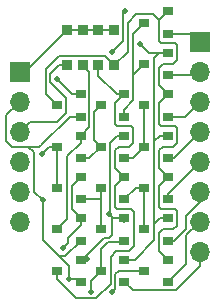
<source format=gbl>
%TF.GenerationSoftware,KiCad,Pcbnew,(5.1.9)-1*%
%TF.CreationDate,2022-08-29T18:21:33+02:00*%
%TF.ProjectId,mux,6d75782e-6b69-4636-9164-5f7063625858,rev?*%
%TF.SameCoordinates,Original*%
%TF.FileFunction,Copper,L2,Bot*%
%TF.FilePolarity,Positive*%
%FSLAX46Y46*%
G04 Gerber Fmt 4.6, Leading zero omitted, Abs format (unit mm)*
G04 Created by KiCad (PCBNEW (5.1.9)-1) date 2022-08-29 18:21:33*
%MOMM*%
%LPD*%
G01*
G04 APERTURE LIST*
%TA.AperFunction,ComponentPad*%
%ADD10O,1.700000X1.700000*%
%TD*%
%TA.AperFunction,ComponentPad*%
%ADD11R,1.700000X1.700000*%
%TD*%
%TA.AperFunction,SMDPad,CuDef*%
%ADD12R,0.900000X0.900000*%
%TD*%
%TA.AperFunction,SMDPad,CuDef*%
%ADD13R,0.900000X0.800000*%
%TD*%
%TA.AperFunction,ViaPad*%
%ADD14C,0.500000*%
%TD*%
%TA.AperFunction,Conductor*%
%ADD15C,0.200000*%
%TD*%
G04 APERTURE END LIST*
D10*
%TO.P,J2,6*%
%TO.N,/C*%
X136460000Y-59200000D03*
%TO.P,J2,5*%
%TO.N,/B*%
X136460000Y-56660000D03*
%TO.P,J2,4*%
%TO.N,/A*%
X136460000Y-54120000D03*
%TO.P,J2,3*%
%TO.N,/Q*%
X136460000Y-51580000D03*
%TO.P,J2,2*%
%TO.N,GND*%
X136460000Y-49040000D03*
D11*
%TO.P,J2,1*%
%TO.N,VCC*%
X136460000Y-46500000D03*
%TD*%
D10*
%TO.P,J1,8*%
%TO.N,/Q7*%
X151700000Y-61740000D03*
%TO.P,J1,7*%
%TO.N,/Q6*%
X151700000Y-59200000D03*
%TO.P,J1,6*%
%TO.N,/Q5*%
X151700000Y-56660000D03*
%TO.P,J1,5*%
%TO.N,/Q4*%
X151700000Y-54120000D03*
%TO.P,J1,4*%
%TO.N,/Q3*%
X151700000Y-51580000D03*
%TO.P,J1,3*%
%TO.N,/Q2*%
X151700000Y-49040000D03*
%TO.P,J1,2*%
%TO.N,/Q1*%
X151700000Y-46500000D03*
D11*
%TO.P,J1,1*%
%TO.N,/Q0*%
X151700000Y-43960000D03*
%TD*%
D12*
%TO.P,RN2,6*%
%TO.N,VCC*%
X141790000Y-42950000D03*
%TO.P,RN2,5*%
X140450000Y-42950000D03*
%TO.P,RN2,8*%
X144450000Y-42950000D03*
%TO.P,RN2,7*%
X143110000Y-42950000D03*
%TO.P,RN2,3*%
%TO.N,/~C'*%
X141790000Y-45950000D03*
%TO.P,RN2,2*%
%TO.N,/~B'*%
X143110000Y-45950000D03*
%TO.P,RN2,4*%
%TO.N,/Q*%
X140450000Y-45950000D03*
%TO.P,RN2,1*%
%TO.N,/~A'*%
X144450000Y-45950000D03*
%TD*%
D13*
%TO.P,Q34,3*%
%TO.N,Net-(Q23-Pad2)*%
X143300000Y-63350000D03*
%TO.P,Q34,2*%
%TO.N,/Q7*%
X145300000Y-64300000D03*
%TO.P,Q34,1*%
%TO.N,/A*%
X145300000Y-62400000D03*
%TD*%
%TO.P,Q33,3*%
%TO.N,Net-(Q23-Pad2)*%
X147000000Y-63350000D03*
%TO.P,Q33,2*%
%TO.N,/Q6*%
X149000000Y-64300000D03*
%TO.P,Q33,1*%
%TO.N,/~A'*%
X149000000Y-62400000D03*
%TD*%
%TO.P,Q32,3*%
%TO.N,Net-(Q22-Pad2)*%
X147000000Y-59850000D03*
%TO.P,Q32,2*%
%TO.N,/Q5*%
X149000000Y-60800000D03*
%TO.P,Q32,1*%
%TO.N,/A*%
X149000000Y-58900000D03*
%TD*%
%TO.P,Q31,3*%
%TO.N,Net-(Q22-Pad2)*%
X147000000Y-56350000D03*
%TO.P,Q31,2*%
%TO.N,/Q4*%
X149000000Y-57300000D03*
%TO.P,Q31,1*%
%TO.N,/~A'*%
X149000000Y-55400000D03*
%TD*%
%TO.P,Q30,3*%
%TO.N,Net-(Q21-Pad2)*%
X147000000Y-52850000D03*
%TO.P,Q30,2*%
%TO.N,/Q3*%
X149000000Y-53800000D03*
%TO.P,Q30,1*%
%TO.N,/A*%
X149000000Y-51900000D03*
%TD*%
%TO.P,Q29,3*%
%TO.N,Net-(Q21-Pad2)*%
X147000000Y-49350000D03*
%TO.P,Q29,2*%
%TO.N,/Q2*%
X149000000Y-50300000D03*
%TO.P,Q29,1*%
%TO.N,/~A'*%
X149000000Y-48400000D03*
%TD*%
%TO.P,Q28,3*%
%TO.N,Net-(Q20-Pad2)*%
X147000000Y-45850000D03*
%TO.P,Q28,2*%
%TO.N,/Q1*%
X149000000Y-46800000D03*
%TO.P,Q28,1*%
%TO.N,/A*%
X149000000Y-44900000D03*
%TD*%
%TO.P,Q27,3*%
%TO.N,Net-(Q20-Pad2)*%
X147000000Y-42350000D03*
%TO.P,Q27,2*%
%TO.N,/Q0*%
X149000000Y-43300000D03*
%TO.P,Q27,1*%
%TO.N,/~A'*%
X149000000Y-41400000D03*
%TD*%
%TO.P,Q26,3*%
%TO.N,/~C'*%
X139600000Y-59850000D03*
%TO.P,Q26,2*%
%TO.N,GND*%
X141600000Y-60800000D03*
%TO.P,Q26,1*%
%TO.N,/C*%
X141600000Y-58900000D03*
%TD*%
%TO.P,Q25,3*%
%TO.N,/~B'*%
X139600000Y-63350000D03*
%TO.P,Q25,2*%
%TO.N,GND*%
X141600000Y-64300000D03*
%TO.P,Q25,1*%
%TO.N,/B*%
X141600000Y-62400000D03*
%TD*%
%TO.P,Q24,3*%
%TO.N,/~A'*%
X139600000Y-49350000D03*
%TO.P,Q24,2*%
%TO.N,GND*%
X141600000Y-50300000D03*
%TO.P,Q24,1*%
%TO.N,/A*%
X141600000Y-48400000D03*
%TD*%
%TO.P,Q23,3*%
%TO.N,Net-(Q19-Pad2)*%
X143300000Y-59850000D03*
%TO.P,Q23,2*%
%TO.N,Net-(Q23-Pad2)*%
X145300000Y-60800000D03*
%TO.P,Q23,1*%
%TO.N,/B*%
X145300000Y-58900000D03*
%TD*%
%TO.P,Q22,3*%
%TO.N,Net-(Q19-Pad2)*%
X143300000Y-56350000D03*
%TO.P,Q22,2*%
%TO.N,Net-(Q22-Pad2)*%
X145300000Y-57300000D03*
%TO.P,Q22,1*%
%TO.N,/~B'*%
X145300000Y-55400000D03*
%TD*%
%TO.P,Q21,3*%
%TO.N,Net-(Q18-Pad2)*%
X143300000Y-52850000D03*
%TO.P,Q21,2*%
%TO.N,Net-(Q21-Pad2)*%
X145300000Y-53800000D03*
%TO.P,Q21,1*%
%TO.N,/B*%
X145300000Y-51900000D03*
%TD*%
%TO.P,Q20,3*%
%TO.N,Net-(Q18-Pad2)*%
X143300000Y-49350000D03*
%TO.P,Q20,2*%
%TO.N,Net-(Q20-Pad2)*%
X145300000Y-50300000D03*
%TO.P,Q20,1*%
%TO.N,/~B'*%
X145300000Y-48400000D03*
%TD*%
%TO.P,Q19,3*%
%TO.N,/Q*%
X139600000Y-56350000D03*
%TO.P,Q19,2*%
%TO.N,Net-(Q19-Pad2)*%
X141600000Y-57300000D03*
%TO.P,Q19,1*%
%TO.N,/C*%
X141600000Y-55400000D03*
%TD*%
%TO.P,Q18,3*%
%TO.N,/Q*%
X139600000Y-52850000D03*
%TO.P,Q18,2*%
%TO.N,Net-(Q18-Pad2)*%
X141600000Y-53800000D03*
%TO.P,Q18,1*%
%TO.N,/~C'*%
X141600000Y-51900000D03*
%TD*%
D14*
%TO.N,/C*%
X140134302Y-61444049D03*
%TO.N,/B*%
X143999999Y-58565000D03*
X142175000Y-62375000D03*
%TO.N,/A*%
X146625000Y-44150002D03*
X139600000Y-47140000D03*
%TO.N,/Q*%
X138330000Y-53450000D03*
%TO.N,GND*%
X140600000Y-64050000D03*
X138380000Y-57400000D03*
%TO.N,/~A*%
X145370000Y-41400000D03*
X144300000Y-44800000D03*
%TO.N,Net-(Q23-Pad2)*%
X144250488Y-65164713D03*
X142452203Y-65149177D03*
%TD*%
D15*
%TO.N,/Q7*%
X151700000Y-62990002D02*
X151700000Y-61740000D01*
X149690001Y-65000001D02*
X151700000Y-62990002D01*
X146000001Y-65000001D02*
X149690001Y-65000001D01*
X145300000Y-64300000D02*
X146000001Y-65000001D01*
%TO.N,/Q6*%
X149000000Y-64300000D02*
X150549999Y-62750001D01*
X150549999Y-60350001D02*
X151700000Y-59200000D01*
X150549999Y-62750001D02*
X150549999Y-60350001D01*
%TO.N,/Q5*%
X151700000Y-57500000D02*
X151700000Y-56660000D01*
X150495000Y-58705000D02*
X150495000Y-59839302D01*
X150495000Y-58705000D02*
X151700000Y-57500000D01*
X149534302Y-60800000D02*
X149000000Y-60800000D01*
X150495000Y-59839302D02*
X149534302Y-60800000D01*
%TO.N,/Q4*%
X149000000Y-56820000D02*
X151700000Y-54120000D01*
X149000000Y-57300000D02*
X149000000Y-56820000D01*
%TO.N,/Q3*%
X149480000Y-53800000D02*
X151700000Y-51580000D01*
X149000000Y-53800000D02*
X149480000Y-53800000D01*
%TO.N,/Q2*%
X150440000Y-50300000D02*
X151700000Y-49040000D01*
X149000000Y-50300000D02*
X150440000Y-50300000D01*
%TO.N,/Q1*%
X151400000Y-46800000D02*
X151700000Y-46500000D01*
X149000000Y-46800000D02*
X151400000Y-46800000D01*
%TO.N,/Q0*%
X151040000Y-43300000D02*
X151700000Y-43960000D01*
X149000000Y-43300000D02*
X151040000Y-43300000D01*
%TO.N,/C*%
X140849999Y-56150001D02*
X141600000Y-55400000D01*
X140849999Y-58149999D02*
X140849999Y-56150001D01*
X141600000Y-58900000D02*
X140849999Y-58149999D01*
X141600000Y-59500000D02*
X140549999Y-60550001D01*
X141600000Y-58900000D02*
X141600000Y-59500000D01*
X140549999Y-61028352D02*
X140134302Y-61444049D01*
X140549999Y-60550001D02*
X140549999Y-61028352D01*
%TO.N,/B*%
X141600000Y-62400000D02*
X141864302Y-62400000D01*
X145300000Y-58900000D02*
X145300000Y-59240002D01*
X144808390Y-51900000D02*
X145300000Y-51900000D01*
X144334999Y-58900000D02*
X143999999Y-58565000D01*
X145300000Y-58900000D02*
X144334999Y-58900000D01*
X144650000Y-51900000D02*
X145300000Y-51900000D01*
X144050001Y-52499999D02*
X144650000Y-51900000D01*
X144050001Y-58514998D02*
X144050001Y-52499999D01*
X143999999Y-58565000D02*
X144050001Y-58514998D01*
X141721614Y-62400000D02*
X141600000Y-62400000D01*
X143571613Y-60550001D02*
X141721614Y-62400000D01*
X144249998Y-60290004D02*
X143990001Y-60550001D01*
X144249998Y-58814999D02*
X144249998Y-60290004D01*
X143990001Y-60550001D02*
X143571613Y-60550001D01*
X143999999Y-58565000D02*
X144249998Y-58814999D01*
X141625000Y-62375000D02*
X141600000Y-62400000D01*
X142175000Y-62375000D02*
X141625000Y-62375000D01*
%TO.N,/A*%
X148350000Y-58900000D02*
X149000000Y-58900000D01*
X146170000Y-62400000D02*
X147849989Y-60720011D01*
X147849989Y-59400011D02*
X148350000Y-58900000D01*
X145300000Y-62400000D02*
X146170000Y-62400000D01*
X148350000Y-51900000D02*
X149000000Y-51900000D01*
X147849989Y-59650011D02*
X147849989Y-52400011D01*
X147849989Y-60720011D02*
X147849989Y-59650011D01*
X147849989Y-52400011D02*
X148350000Y-51900000D01*
X147849989Y-59650011D02*
X147849989Y-59400011D01*
X148270000Y-44900000D02*
X149000000Y-44900000D01*
X147849989Y-45320011D02*
X148270000Y-44900000D01*
X147849989Y-52400011D02*
X147849989Y-45320011D01*
X145300000Y-62400000D02*
X145100000Y-62400000D01*
X145300000Y-62400000D02*
X145049988Y-62400000D01*
X141600000Y-48400000D02*
X140860000Y-48400000D01*
X148270000Y-44900000D02*
X147489998Y-44900000D01*
X147374998Y-44900000D02*
X146625000Y-44150002D01*
X147489998Y-44900000D02*
X147374998Y-44900000D01*
X140860000Y-48400000D02*
X139600000Y-47140000D01*
%TO.N,/Q*%
X139600000Y-56350000D02*
X139600000Y-52850000D01*
X138930000Y-52850000D02*
X138330000Y-53450000D01*
X139600000Y-52850000D02*
X138930000Y-52850000D01*
X139753998Y-45950000D02*
X140450000Y-45950000D01*
X139049999Y-47409997D02*
X139049999Y-46653999D01*
X140350001Y-49990001D02*
X140350001Y-48709999D01*
X139610001Y-50730001D02*
X140350001Y-49990001D01*
X140350001Y-48709999D02*
X139049999Y-47409997D01*
X137309999Y-50730001D02*
X139610001Y-50730001D01*
X139049999Y-46653999D02*
X139753998Y-45950000D01*
X136460000Y-51580000D02*
X137309999Y-50730001D01*
%TO.N,GND*%
X141350000Y-64050000D02*
X141600000Y-64300000D01*
X140600000Y-64050000D02*
X141350000Y-64050000D01*
X140600000Y-64050000D02*
X140600000Y-62945749D01*
X139732126Y-62077874D02*
X139798301Y-62144050D01*
X140600000Y-62945749D02*
X139732126Y-62077874D01*
X139732126Y-62077874D02*
X138380000Y-60725749D01*
X138380000Y-57400000D02*
X137629999Y-56649999D01*
X137629999Y-56649999D02*
X137629999Y-54220001D01*
X137629999Y-54220001D02*
X137629999Y-53587997D01*
X135309999Y-52334999D02*
X135825000Y-52850000D01*
X135309999Y-50190001D02*
X135309999Y-52334999D01*
X136460000Y-49040000D02*
X135309999Y-50190001D01*
X140255950Y-62144050D02*
X139798301Y-62144050D01*
X141600000Y-60800000D02*
X140255950Y-62144050D01*
X138380000Y-57915000D02*
X138380000Y-57400000D01*
X138380000Y-60725749D02*
X138380000Y-57915000D01*
X140665998Y-50300000D02*
X141600000Y-50300000D01*
X137629999Y-54220001D02*
X137629999Y-53335999D01*
X137144000Y-52850000D02*
X137629999Y-53335999D01*
X135825000Y-52850000D02*
X137144000Y-52850000D01*
X138115998Y-52850000D02*
X138240499Y-52725499D01*
X137144000Y-52850000D02*
X138115998Y-52850000D01*
X138240499Y-52725499D02*
X140665998Y-50300000D01*
%TO.N,VCC*%
X144450000Y-42950000D02*
X141790000Y-42950000D01*
X136900000Y-46500000D02*
X140450000Y-42950000D01*
X136460000Y-46500000D02*
X136900000Y-46500000D01*
X141790000Y-42950000D02*
X140450000Y-42950000D01*
%TO.N,/~A*%
X145200001Y-41984316D02*
X145200001Y-43899999D01*
X145200001Y-41569999D02*
X145370000Y-41400000D01*
X145200001Y-43899999D02*
X145200001Y-41569999D01*
X144300000Y-44800000D02*
X145200001Y-43899999D01*
%TO.N,/~C'*%
X141600000Y-52500000D02*
X140449989Y-53650011D01*
X141600000Y-51900000D02*
X141600000Y-52500000D01*
X140449989Y-59000011D02*
X139600000Y-59850000D01*
X140449989Y-53650011D02*
X140449989Y-59000011D01*
X142350001Y-51149999D02*
X141600000Y-51900000D01*
X142350001Y-46510001D02*
X142350001Y-51149999D01*
X141790000Y-45950000D02*
X142350001Y-46510001D01*
%TO.N,/~B'*%
X144549999Y-53159999D02*
X144859998Y-52850000D01*
X144549999Y-54649999D02*
X144549999Y-53159999D01*
X145300000Y-55400000D02*
X144549999Y-54649999D01*
X146050001Y-52540001D02*
X146050001Y-51259999D01*
X145740002Y-52850000D02*
X146050001Y-52540001D01*
X146050001Y-51259999D02*
X145890002Y-51100000D01*
X144859998Y-52850000D02*
X145740002Y-52850000D01*
X144549999Y-49150001D02*
X145300000Y-48400000D01*
X144549999Y-50940001D02*
X144549999Y-49150001D01*
X144709998Y-51100000D02*
X144549999Y-50940001D01*
X145890002Y-51100000D02*
X144709998Y-51100000D01*
X143110000Y-46860000D02*
X143110000Y-45950000D01*
X144650000Y-48400000D02*
X143110000Y-46860000D01*
X145300000Y-48400000D02*
X144650000Y-48400000D01*
X139600000Y-64086002D02*
X139600000Y-63350000D01*
X145300000Y-55400000D02*
X144549999Y-56150001D01*
X144709998Y-58100000D02*
X145890002Y-58100000D01*
X146150000Y-58359998D02*
X146150000Y-61250000D01*
X144549999Y-56150001D02*
X144549999Y-57940001D01*
X144549999Y-57940001D02*
X144709998Y-58100000D01*
X145890002Y-58100000D02*
X146150000Y-58359998D01*
X146150000Y-61250000D02*
X145700001Y-61699999D01*
X145700001Y-61699999D02*
X144609999Y-61699999D01*
X142938204Y-65699178D02*
X141213176Y-65699178D01*
X144149989Y-62160009D02*
X144149989Y-64487393D01*
X144609999Y-61699999D02*
X144149989Y-62160009D01*
X144149989Y-64487393D02*
X142938204Y-65699178D01*
X141213176Y-65699178D02*
X139600000Y-64086002D01*
%TO.N,/~A'*%
X148249999Y-57940001D02*
X148249999Y-56150001D01*
X148409998Y-58100000D02*
X148249999Y-57940001D01*
X149590002Y-58100000D02*
X148409998Y-58100000D01*
X149750001Y-58259999D02*
X149590002Y-58100000D01*
X148249999Y-56150001D02*
X149000000Y-55400000D01*
X149000000Y-62400000D02*
X148249999Y-61649999D01*
X148249999Y-53159999D02*
X148559998Y-52850000D01*
X148249999Y-54649999D02*
X148249999Y-53159999D01*
X149000000Y-55400000D02*
X148249999Y-54649999D01*
X149750001Y-51259999D02*
X149590002Y-51100000D01*
X149750001Y-52540001D02*
X149750001Y-51259999D01*
X149440002Y-52850000D02*
X149750001Y-52540001D01*
X148559998Y-52850000D02*
X149440002Y-52850000D01*
X148249999Y-49150001D02*
X149000000Y-48400000D01*
X148249999Y-50940001D02*
X148249999Y-49150001D01*
X148409998Y-51100000D02*
X148249999Y-50940001D01*
X149590002Y-51100000D02*
X148409998Y-51100000D01*
X148249999Y-46159999D02*
X148559998Y-45850000D01*
X148249999Y-47649999D02*
X148249999Y-46159999D01*
X149000000Y-48400000D02*
X148249999Y-47649999D01*
X149750001Y-44259999D02*
X149590002Y-44100000D01*
X149750001Y-45540001D02*
X149750001Y-44259999D01*
X149440002Y-45850000D02*
X149750001Y-45540001D01*
X148559998Y-45850000D02*
X149440002Y-45850000D01*
X148249999Y-42150001D02*
X149000000Y-41400000D01*
X148249999Y-43940001D02*
X148249999Y-42150001D01*
X148409998Y-44100000D02*
X148249999Y-43940001D01*
X149590002Y-44100000D02*
X148409998Y-44100000D01*
X148249999Y-60159999D02*
X148559998Y-59850000D01*
X148249999Y-61649999D02*
X148249999Y-60159999D01*
X149750001Y-59540001D02*
X149750001Y-58259999D01*
X149440002Y-59850000D02*
X149750001Y-59540001D01*
X148559998Y-59850000D02*
X149440002Y-59850000D01*
X146309999Y-41649999D02*
X147749997Y-41649999D01*
X147749997Y-41649999D02*
X148249999Y-42150001D01*
X145600011Y-42359987D02*
X146309999Y-41649999D01*
X145600011Y-44799989D02*
X145600011Y-42359987D01*
X144450000Y-45950000D02*
X145600011Y-44799989D01*
X143699999Y-45199999D02*
X144450000Y-45950000D01*
X139759999Y-45199999D02*
X143699999Y-45199999D01*
X138649989Y-46310009D02*
X139759999Y-45199999D01*
X138649989Y-48399989D02*
X138649989Y-46310009D01*
X139600000Y-49350000D02*
X138649989Y-48399989D01*
%TO.N,Net-(Q18-Pad2)*%
X142350000Y-53800000D02*
X143300000Y-52850000D01*
X141600000Y-53800000D02*
X142350000Y-53800000D01*
X142750011Y-49899989D02*
X143300000Y-49350000D01*
X142750011Y-52300011D02*
X142750011Y-49899989D01*
X143300000Y-52850000D02*
X142750011Y-52300011D01*
%TO.N,Net-(Q19-Pad2)*%
X143290000Y-57300000D02*
X143300000Y-57290000D01*
X141600000Y-57300000D02*
X143290000Y-57300000D01*
X143300000Y-57290000D02*
X143300000Y-56350000D01*
X143300000Y-59850000D02*
X143300000Y-57290000D01*
%TO.N,Net-(Q20-Pad2)*%
X145300000Y-50300000D02*
X145300000Y-49700000D01*
X146075000Y-46775000D02*
X147000000Y-45850000D01*
X146075000Y-48925000D02*
X146075000Y-46775000D01*
X145300000Y-49700000D02*
X146075000Y-48925000D01*
X146075000Y-43275000D02*
X147000000Y-42350000D01*
X146075000Y-46775000D02*
X146075000Y-43275000D01*
%TO.N,Net-(Q21-Pad2)*%
X147000000Y-52850000D02*
X147000000Y-49350000D01*
X146050000Y-53800000D02*
X147000000Y-52850000D01*
X145300000Y-53800000D02*
X146050000Y-53800000D01*
%TO.N,Net-(Q22-Pad2)*%
X147000000Y-59850000D02*
X147000000Y-56350000D01*
X146250000Y-56350000D02*
X145300000Y-57300000D01*
X147000000Y-56350000D02*
X146250000Y-56350000D01*
%TO.N,Net-(Q23-Pad2)*%
X143300000Y-63350000D02*
X143300000Y-62540000D01*
X143300000Y-61563996D02*
X143300000Y-61710000D01*
X145149989Y-60950011D02*
X145300000Y-60800000D01*
X143879989Y-60950011D02*
X144249989Y-60950011D01*
X143300000Y-61530000D02*
X143879989Y-60950011D01*
X143300000Y-62410000D02*
X143300000Y-61530000D01*
X144249989Y-60950011D02*
X145149989Y-60950011D01*
X143300000Y-61710000D02*
X143300000Y-62410000D01*
X143300000Y-62410000D02*
X143300000Y-62540000D01*
X144859998Y-63350000D02*
X144549999Y-63659999D01*
X147000000Y-63350000D02*
X144859998Y-63350000D01*
X144549999Y-64865202D02*
X144250488Y-65164713D01*
X144549999Y-64749999D02*
X144549999Y-64865202D01*
X144549999Y-63659999D02*
X144549999Y-64749999D01*
X142452203Y-64197797D02*
X143300000Y-63350000D01*
X142452203Y-65149177D02*
X142452203Y-64197797D01*
%TD*%
M02*

</source>
